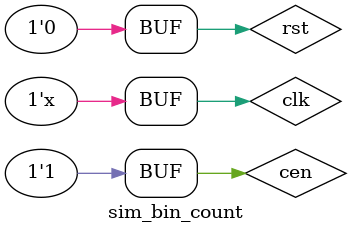
<source format=v>
`timescale 1ns / 1ps


module sim_bin_count(

    );
    
    reg clk, rst, cen;
    wire[7:0] counter_value;
    
    bin_count counter(
        .clk(clk),
        .rst(rst),
        .cen(cen),
        .val(counter_value)
    );
    
    always
        #5 clk = ~clk;
    initial begin
        clk = 0;
        rst = 1;
        cen = 0;
        
        #10;
        rst = 0;
        
        #10;
        cen = 1;
        
        #30;
        rst = 1;
        
        #10;
        rst = 0;
    end
endmodule

</source>
